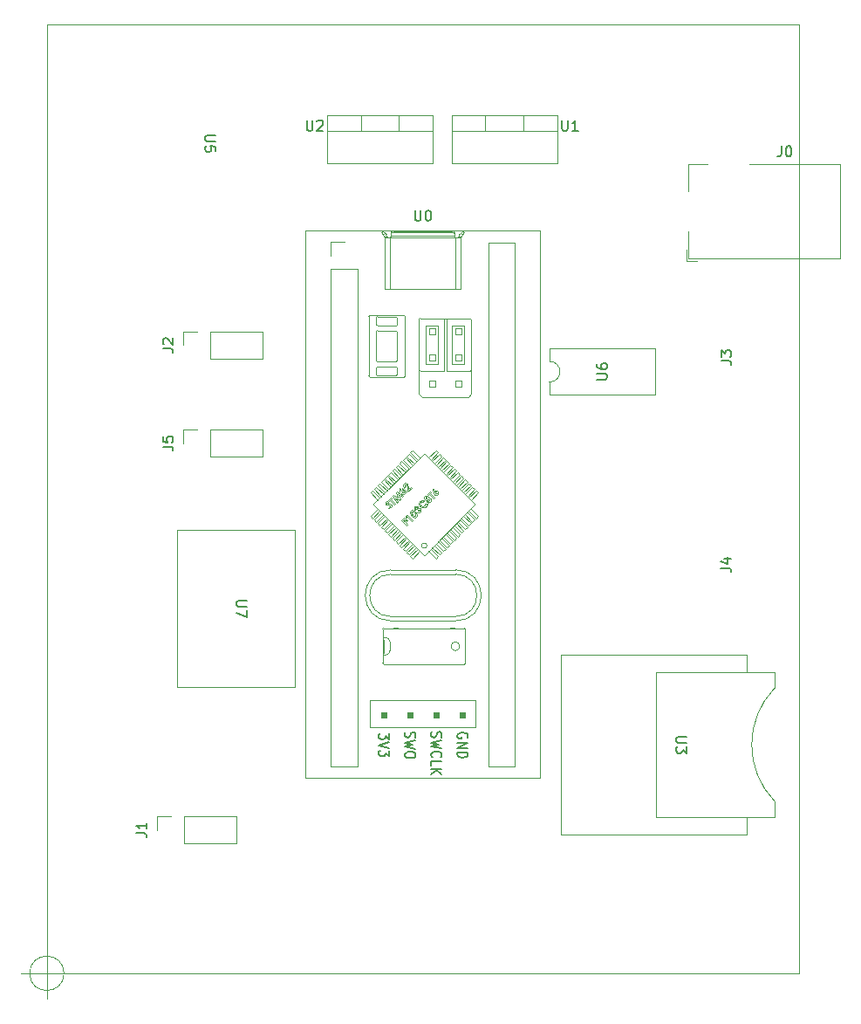
<source format=gbr>
%TF.GenerationSoftware,KiCad,Pcbnew,(6.0.4)*%
%TF.CreationDate,2023-07-21T11:21:04+07:00*%
%TF.ProjectId,05-Prototype-UpdatedComponents,30352d50-726f-4746-9f74-7970652d5570,rev?*%
%TF.SameCoordinates,PX66ff300PY8b3c880*%
%TF.FileFunction,Legend,Top*%
%TF.FilePolarity,Positive*%
%FSLAX46Y46*%
G04 Gerber Fmt 4.6, Leading zero omitted, Abs format (unit mm)*
G04 Created by KiCad (PCBNEW (6.0.4)) date 2023-07-21 11:21:04*
%MOMM*%
%LPD*%
G01*
G04 APERTURE LIST*
%TA.AperFunction,Profile*%
%ADD10C,0.100000*%
%TD*%
%ADD11C,0.150000*%
%ADD12C,0.120000*%
%ADD13C,0.100000*%
G04 APERTURE END LIST*
D10*
X0Y92000000D02*
X73000000Y92000000D01*
X73000000Y92000000D02*
X73000000Y0D01*
X73000000Y0D02*
X0Y0D01*
X0Y0D02*
X0Y92000000D01*
X1666666Y0D02*
G75*
G03*
X1666666Y0I-1666666J0D01*
G01*
X-2500000Y0D02*
X2500000Y0D01*
X0Y2500000D02*
X0Y-2500000D01*
D11*
%TO.C,U6*%
X53377380Y57593096D02*
X54186904Y57593096D01*
X54282142Y57640715D01*
X54329761Y57688334D01*
X54377380Y57783572D01*
X54377380Y57974048D01*
X54329761Y58069286D01*
X54282142Y58116905D01*
X54186904Y58164524D01*
X53377380Y58164524D01*
X53377380Y59069286D02*
X53377380Y58878810D01*
X53425000Y58783572D01*
X53472619Y58735953D01*
X53615476Y58640715D01*
X53805952Y58593096D01*
X54186904Y58593096D01*
X54282142Y58640715D01*
X54329761Y58688334D01*
X54377380Y58783572D01*
X54377380Y58974048D01*
X54329761Y59069286D01*
X54282142Y59116905D01*
X54186904Y59164524D01*
X53948809Y59164524D01*
X53853571Y59116905D01*
X53805952Y59069286D01*
X53758333Y58974048D01*
X53758333Y58783572D01*
X53805952Y58688334D01*
X53853571Y58640715D01*
X53948809Y58593096D01*
%TO.C,J4*%
X65424980Y39316867D02*
X66139266Y39316867D01*
X66282123Y39269248D01*
X66377361Y39174010D01*
X66424980Y39031153D01*
X66424980Y38935915D01*
X65758314Y40221629D02*
X66424980Y40221629D01*
X65377361Y39983534D02*
X66091647Y39745439D01*
X66091647Y40364486D01*
%TO.C,U1*%
X49988095Y82722620D02*
X49988095Y81913096D01*
X50035714Y81817858D01*
X50083333Y81770239D01*
X50178571Y81722620D01*
X50369047Y81722620D01*
X50464285Y81770239D01*
X50511904Y81817858D01*
X50559523Y81913096D01*
X50559523Y82722620D01*
X51559523Y81722620D02*
X50988095Y81722620D01*
X51273809Y81722620D02*
X51273809Y82722620D01*
X51178571Y82579762D01*
X51083333Y82484524D01*
X50988095Y82436905D01*
%TO.C,J2*%
X11252380Y60601667D02*
X11966666Y60601667D01*
X12109523Y60554048D01*
X12204761Y60458810D01*
X12252380Y60315953D01*
X12252380Y60220715D01*
X11347619Y61030239D02*
X11300000Y61077858D01*
X11252380Y61173096D01*
X11252380Y61411191D01*
X11300000Y61506429D01*
X11347619Y61554048D01*
X11442857Y61601667D01*
X11538095Y61601667D01*
X11680952Y61554048D01*
X12252380Y60982620D01*
X12252380Y61601667D01*
%TO.C,J1*%
X8697380Y13586667D02*
X9411666Y13586667D01*
X9554523Y13539048D01*
X9649761Y13443810D01*
X9697380Y13300953D01*
X9697380Y13205715D01*
X9697380Y14586667D02*
X9697380Y14015239D01*
X9697380Y14300953D02*
X8697380Y14300953D01*
X8840238Y14205715D01*
X8935476Y14110477D01*
X8983095Y14015239D01*
%TO.C,U5*%
X16364619Y81261905D02*
X15555095Y81261905D01*
X15459857Y81214286D01*
X15412238Y81166667D01*
X15364619Y81071429D01*
X15364619Y80880953D01*
X15412238Y80785715D01*
X15459857Y80738096D01*
X15555095Y80690477D01*
X16364619Y80690477D01*
X16364619Y79738096D02*
X16364619Y80214286D01*
X15888428Y80261905D01*
X15936047Y80214286D01*
X15983666Y80119048D01*
X15983666Y79880953D01*
X15936047Y79785715D01*
X15888428Y79738096D01*
X15793190Y79690477D01*
X15555095Y79690477D01*
X15459857Y79738096D01*
X15412238Y79785715D01*
X15364619Y79880953D01*
X15364619Y80119048D01*
X15412238Y80214286D01*
X15459857Y80261905D01*
%TO.C,J5*%
X11252380Y51076667D02*
X11966666Y51076667D01*
X12109523Y51029048D01*
X12204761Y50933810D01*
X12252380Y50790953D01*
X12252380Y50695715D01*
X11252380Y52029048D02*
X11252380Y51552858D01*
X11728571Y51505239D01*
X11680952Y51552858D01*
X11633333Y51648096D01*
X11633333Y51886191D01*
X11680952Y51981429D01*
X11728571Y52029048D01*
X11823809Y52076667D01*
X12061904Y52076667D01*
X12157142Y52029048D01*
X12204761Y51981429D01*
X12252380Y51886191D01*
X12252380Y51648096D01*
X12204761Y51552858D01*
X12157142Y51505239D01*
%TO.C,U2*%
X25223095Y82722620D02*
X25223095Y81913096D01*
X25270714Y81817858D01*
X25318333Y81770239D01*
X25413571Y81722620D01*
X25604047Y81722620D01*
X25699285Y81770239D01*
X25746904Y81817858D01*
X25794523Y81913096D01*
X25794523Y82722620D01*
X26223095Y82627381D02*
X26270714Y82675000D01*
X26365952Y82722620D01*
X26604047Y82722620D01*
X26699285Y82675000D01*
X26746904Y82627381D01*
X26794523Y82532143D01*
X26794523Y82436905D01*
X26746904Y82294048D01*
X26175476Y81722620D01*
X26794523Y81722620D01*
%TO.C,J0*%
X71281666Y80220120D02*
X71281666Y79505834D01*
X71234047Y79362977D01*
X71138809Y79267739D01*
X70995952Y79220120D01*
X70900714Y79220120D01*
X71948333Y80220120D02*
X72043571Y80220120D01*
X72138809Y80172500D01*
X72186428Y80124881D01*
X72234047Y80029643D01*
X72281666Y79839167D01*
X72281666Y79601072D01*
X72234047Y79410596D01*
X72186428Y79315358D01*
X72138809Y79267739D01*
X72043571Y79220120D01*
X71948333Y79220120D01*
X71853095Y79267739D01*
X71805476Y79315358D01*
X71757857Y79410596D01*
X71710238Y79601072D01*
X71710238Y79839167D01*
X71757857Y80029643D01*
X71805476Y80124881D01*
X71853095Y80172500D01*
X71948333Y80220120D01*
%TO.C,U7*%
X19412619Y36144905D02*
X18603095Y36144905D01*
X18507857Y36097286D01*
X18460238Y36049667D01*
X18412619Y35954429D01*
X18412619Y35763953D01*
X18460238Y35668715D01*
X18507857Y35621096D01*
X18603095Y35573477D01*
X19412619Y35573477D01*
X19412619Y35192524D02*
X19412619Y34525858D01*
X18412619Y34954429D01*
%TO.C,U3*%
X62092619Y22936905D02*
X61283095Y22936905D01*
X61187857Y22889286D01*
X61140238Y22841667D01*
X61092619Y22746429D01*
X61092619Y22555953D01*
X61140238Y22460715D01*
X61187857Y22413096D01*
X61283095Y22365477D01*
X62092619Y22365477D01*
X62092619Y21984524D02*
X62092619Y21365477D01*
X61711666Y21698810D01*
X61711666Y21555953D01*
X61664047Y21460715D01*
X61616428Y21413096D01*
X61521190Y21365477D01*
X61283095Y21365477D01*
X61187857Y21413096D01*
X61140238Y21460715D01*
X61092619Y21555953D01*
X61092619Y21841667D01*
X61140238Y21936905D01*
X61187857Y21984524D01*
%TO.C,U0*%
X35738095Y73987620D02*
X35738095Y73178096D01*
X35785714Y73082858D01*
X35833333Y73035239D01*
X35928571Y72987620D01*
X36119047Y72987620D01*
X36214285Y73035239D01*
X36261904Y73082858D01*
X36309523Y73178096D01*
X36309523Y73987620D01*
X36976190Y73987620D02*
X37071428Y73987620D01*
X37166666Y73940000D01*
X37214285Y73892381D01*
X37261904Y73797143D01*
X37309523Y73606667D01*
X37309523Y73368572D01*
X37261904Y73178096D01*
X37214285Y73082858D01*
X37166666Y73035239D01*
X37071428Y72987620D01*
X36976190Y72987620D01*
X36880952Y73035239D01*
X36833333Y73082858D01*
X36785714Y73178096D01*
X36738095Y73368572D01*
X36738095Y73606667D01*
X36785714Y73797143D01*
X36833333Y73892381D01*
X36880952Y73940000D01*
X36976190Y73987620D01*
X40810000Y22817715D02*
X40857619Y22903429D01*
X40857619Y23032000D01*
X40810000Y23160572D01*
X40714761Y23246286D01*
X40619523Y23289143D01*
X40429047Y23332000D01*
X40286190Y23332000D01*
X40095714Y23289143D01*
X40000476Y23246286D01*
X39905238Y23160572D01*
X39857619Y23032000D01*
X39857619Y22946286D01*
X39905238Y22817715D01*
X39952857Y22774858D01*
X40286190Y22774858D01*
X40286190Y22946286D01*
X39857619Y22389143D02*
X40857619Y22389143D01*
X39857619Y21874858D01*
X40857619Y21874858D01*
X39857619Y21446286D02*
X40857619Y21446286D01*
X40857619Y21232000D01*
X40810000Y21103429D01*
X40714761Y21017715D01*
X40619523Y20974858D01*
X40429047Y20932000D01*
X40286190Y20932000D01*
X40095714Y20974858D01*
X40000476Y21017715D01*
X39905238Y21103429D01*
X39857619Y21232000D01*
X39857619Y21446286D01*
X34825238Y23374858D02*
X34777619Y23246286D01*
X34777619Y23032000D01*
X34825238Y22946286D01*
X34872857Y22903429D01*
X34968095Y22860572D01*
X35063333Y22860572D01*
X35158571Y22903429D01*
X35206190Y22946286D01*
X35253809Y23032000D01*
X35301428Y23203429D01*
X35349047Y23289143D01*
X35396666Y23332000D01*
X35491904Y23374858D01*
X35587142Y23374858D01*
X35682380Y23332000D01*
X35730000Y23289143D01*
X35777619Y23203429D01*
X35777619Y22989143D01*
X35730000Y22860572D01*
X35777619Y22560572D02*
X34777619Y22346286D01*
X35491904Y22174858D01*
X34777619Y22003429D01*
X35777619Y21789143D01*
X35777619Y21274858D02*
X35777619Y21103429D01*
X35730000Y21017715D01*
X35634761Y20932000D01*
X35444285Y20889143D01*
X35110952Y20889143D01*
X34920476Y20932000D01*
X34825238Y21017715D01*
X34777619Y21103429D01*
X34777619Y21274858D01*
X34825238Y21360572D01*
X34920476Y21446286D01*
X35110952Y21489143D01*
X35444285Y21489143D01*
X35634761Y21446286D01*
X35730000Y21360572D01*
X35777619Y21274858D01*
X37365238Y23405715D02*
X37317619Y23277143D01*
X37317619Y23062858D01*
X37365238Y22977143D01*
X37412857Y22934286D01*
X37508095Y22891429D01*
X37603333Y22891429D01*
X37698571Y22934286D01*
X37746190Y22977143D01*
X37793809Y23062858D01*
X37841428Y23234286D01*
X37889047Y23320000D01*
X37936666Y23362858D01*
X38031904Y23405715D01*
X38127142Y23405715D01*
X38222380Y23362858D01*
X38270000Y23320000D01*
X38317619Y23234286D01*
X38317619Y23020000D01*
X38270000Y22891429D01*
X38317619Y22591429D02*
X37317619Y22377143D01*
X38031904Y22205715D01*
X37317619Y22034286D01*
X38317619Y21820000D01*
X37412857Y20962858D02*
X37365238Y21005715D01*
X37317619Y21134286D01*
X37317619Y21220000D01*
X37365238Y21348572D01*
X37460476Y21434286D01*
X37555714Y21477143D01*
X37746190Y21520000D01*
X37889047Y21520000D01*
X38079523Y21477143D01*
X38174761Y21434286D01*
X38270000Y21348572D01*
X38317619Y21220000D01*
X38317619Y21134286D01*
X38270000Y21005715D01*
X38222380Y20962858D01*
X37317619Y20148572D02*
X37317619Y20577143D01*
X38317619Y20577143D01*
X37317619Y19848572D02*
X38317619Y19848572D01*
X37317619Y19334286D02*
X37889047Y19720000D01*
X38317619Y19334286D02*
X37746190Y19848572D01*
X33237619Y23246286D02*
X33237619Y22689143D01*
X32856666Y22989143D01*
X32856666Y22860572D01*
X32809047Y22774858D01*
X32761428Y22732000D01*
X32666190Y22689143D01*
X32428095Y22689143D01*
X32332857Y22732000D01*
X32285238Y22774858D01*
X32237619Y22860572D01*
X32237619Y23117715D01*
X32285238Y23203429D01*
X32332857Y23246286D01*
X33237619Y22432000D02*
X32237619Y22132000D01*
X33237619Y21832000D01*
X33237619Y21617715D02*
X33237619Y21060572D01*
X32856666Y21360572D01*
X32856666Y21232000D01*
X32809047Y21146286D01*
X32761428Y21103429D01*
X32666190Y21060572D01*
X32428095Y21060572D01*
X32332857Y21103429D01*
X32285238Y21146286D01*
X32237619Y21232000D01*
X32237619Y21489143D01*
X32285238Y21574858D01*
X32332857Y21617715D01*
%TO.C,J3*%
X65450380Y59408267D02*
X66164666Y59408267D01*
X66307523Y59360648D01*
X66402761Y59265410D01*
X66450380Y59122553D01*
X66450380Y59027315D01*
X65450380Y59789220D02*
X65450380Y60408267D01*
X65831333Y60074934D01*
X65831333Y60217791D01*
X65878952Y60313029D01*
X65926571Y60360648D01*
X66021809Y60408267D01*
X66259904Y60408267D01*
X66355142Y60360648D01*
X66402761Y60313029D01*
X66450380Y60217791D01*
X66450380Y59932077D01*
X66402761Y59836839D01*
X66355142Y59789220D01*
D12*
%TO.C,U6*%
X59075000Y60605000D02*
X48795000Y60605000D01*
X48795000Y60605000D02*
X48795000Y59355000D01*
X48795000Y57355000D02*
X48795000Y56105000D01*
X48795000Y56105000D02*
X59075000Y56105000D01*
X59075000Y56105000D02*
X59075000Y60605000D01*
X48795000Y57355000D02*
G75*
G03*
X48795000Y59355000I0J1000000D01*
G01*
%TO.C,U1*%
X39280000Y81720000D02*
X49520000Y81720000D01*
X39280000Y78589000D02*
X49520000Y78589000D01*
X46251000Y83230000D02*
X46251000Y81720000D01*
X49520000Y83230000D02*
X49520000Y78589000D01*
X39280000Y83230000D02*
X39280000Y78589000D01*
X39280000Y83230000D02*
X49520000Y83230000D01*
X42550000Y83230000D02*
X42550000Y81720000D01*
%TO.C,J2*%
X15840000Y62265000D02*
X20980000Y62265000D01*
X20980000Y59605000D02*
X20980000Y62265000D01*
X15840000Y59605000D02*
X15840000Y62265000D01*
X13240000Y62265000D02*
X14570000Y62265000D01*
X13240000Y60935000D02*
X13240000Y62265000D01*
X15840000Y59605000D02*
X20980000Y59605000D01*
%TO.C,J1*%
X10685000Y13920000D02*
X10685000Y15250000D01*
X13285000Y15250000D02*
X18425000Y15250000D01*
X13285000Y12590000D02*
X13285000Y15250000D01*
X13285000Y12590000D02*
X18425000Y12590000D01*
X18425000Y12590000D02*
X18425000Y15250000D01*
X10685000Y15250000D02*
X12015000Y15250000D01*
%TO.C,J5*%
X15840000Y50080000D02*
X15840000Y52740000D01*
X20980000Y50080000D02*
X20980000Y52740000D01*
X15840000Y52740000D02*
X20980000Y52740000D01*
X15840000Y50080000D02*
X20980000Y50080000D01*
X13240000Y52740000D02*
X14570000Y52740000D01*
X13240000Y51410000D02*
X13240000Y52740000D01*
%TO.C,U2*%
X37455000Y83230000D02*
X37455000Y78589000D01*
X34186000Y83230000D02*
X34186000Y81720000D01*
X27215000Y78589000D02*
X37455000Y78589000D01*
X27215000Y83230000D02*
X37455000Y83230000D01*
X30485000Y83230000D02*
X30485000Y81720000D01*
X27215000Y81720000D02*
X37455000Y81720000D01*
X27215000Y83230000D02*
X27215000Y78589000D01*
%TO.C,J0*%
X62265000Y69322500D02*
X62265000Y71922500D01*
X62265000Y78522500D02*
X64165000Y78522500D01*
X68165000Y78522500D02*
X76965000Y78522500D01*
X76965000Y78522500D02*
X76965000Y69322500D01*
X62265000Y75822500D02*
X62265000Y78522500D01*
X63115000Y69122500D02*
X62065000Y69122500D01*
X76965000Y69322500D02*
X62265000Y69322500D01*
X62065000Y70172500D02*
X62065000Y69122500D01*
%TO.C,U7*%
X24115000Y43003000D02*
X12615000Y43003000D01*
X12615000Y43003000D02*
X12615000Y27763000D01*
X12615000Y27763000D02*
X24115000Y27763000D01*
X24115000Y27763000D02*
X24115000Y43003000D01*
%TO.C,U3*%
X49900000Y13425000D02*
X67900000Y13425000D01*
X49900000Y30925000D02*
X49900000Y13425000D01*
X67900000Y30925000D02*
X67900000Y29175000D01*
X67900000Y30925000D02*
X49900000Y30925000D01*
X70650000Y15175000D02*
X70650000Y16675000D01*
X70650000Y29175000D02*
X59150000Y29175000D01*
X59150000Y29175000D02*
X59150000Y15175000D01*
X70650000Y27675000D02*
X70650000Y29175000D01*
X59150000Y15175000D02*
X70650000Y15175000D01*
X67900000Y13425000D02*
X67900000Y15175000D01*
X70650000Y27675000D02*
G75*
G03*
X70650000Y16675000I5667508J-5500000D01*
G01*
%TO.C,U0*%
X35404953Y44756469D02*
X35382581Y44722448D01*
X32607718Y33377191D02*
X32607718Y30077191D01*
X35149573Y40602387D02*
X35856680Y41309494D01*
X39887189Y48592694D02*
X39180082Y47885587D01*
X41640000Y26510000D02*
X31360000Y26510000D01*
X35942029Y45089549D02*
X35946944Y45136330D01*
X39745767Y42228733D02*
X39038661Y42935839D01*
X33887533Y59327723D02*
X32087533Y59327723D01*
X36169139Y44983704D02*
X36140258Y44993084D01*
X39533635Y48946247D02*
X38826529Y48239140D01*
X31401907Y46612795D02*
X32109014Y45905688D01*
X34583888Y41168072D02*
X35290995Y41875179D01*
X34198962Y46892238D02*
X34219459Y46992905D01*
X35934126Y44407436D02*
X35909035Y44346304D01*
X32810103Y71350000D02*
X33300000Y71350000D01*
X38119422Y40602387D02*
X37412315Y41309494D01*
X35856220Y44652916D02*
X35921233Y44537810D01*
X34965667Y43895639D02*
X34802489Y43732461D01*
X33234997Y45511916D02*
X33292026Y45514038D01*
X45390000Y70900000D02*
X45390000Y20100000D01*
X31614039Y46824927D02*
X32321146Y46117820D01*
X37229769Y46554089D02*
X37664912Y46118946D01*
X36140258Y44993084D02*
X36079959Y44988230D01*
X33381806Y42370154D02*
X33169674Y42582286D01*
X34485137Y46924494D02*
X34478399Y46947158D01*
X35735817Y44587323D02*
X35672987Y44656926D01*
X34985427Y46785896D02*
X34975335Y47110022D01*
X40258198Y56851802D02*
X39621801Y56851802D01*
X35252776Y44766990D02*
X35307429Y44849320D01*
X34802489Y43732461D02*
X35040458Y43494492D01*
X39621801Y56851802D02*
X39621801Y57488199D01*
X31360000Y26510000D02*
X31360000Y23850000D01*
X32674700Y43077261D02*
X32462568Y43289393D01*
X40372215Y71649531D02*
X40187340Y71812422D01*
X31987533Y59427723D02*
X31987533Y62227723D01*
X34870480Y43990827D02*
X34965667Y43895639D01*
X35503127Y40248834D02*
X35290995Y40460966D01*
X35978734Y44922304D02*
X35890345Y45010692D01*
X36129000Y63127997D02*
X36129000Y62938894D01*
X40099321Y48380562D02*
X39887189Y48592694D01*
X33292026Y45514038D02*
X33398398Y45495041D01*
X39687950Y39132412D02*
X33387950Y39132412D01*
X40191486Y71350331D02*
X40189896Y71350000D01*
X39340000Y59110000D02*
X39340000Y62850000D01*
X45390000Y20100000D02*
X42850000Y20100000D01*
X39621801Y60028199D02*
X40258198Y60028199D01*
X40910000Y55900000D02*
X41210000Y56200000D01*
X37012729Y46254397D02*
X37062435Y46174218D01*
X35298823Y47179606D02*
X35387212Y47091218D01*
X32087533Y62327723D02*
X33887533Y62327723D01*
X35487609Y44919756D02*
X35552570Y44905397D01*
X34442467Y41309494D02*
X34230334Y41521626D01*
X41159981Y43642946D02*
X40947849Y43430814D01*
X40806428Y43289393D02*
X40099321Y43996500D01*
X34737533Y57927723D02*
X34737533Y63727723D01*
X39950011Y66340000D02*
X33049988Y66340000D01*
X36130000Y56200000D02*
X36430000Y55900000D01*
X35672987Y44656926D02*
X35551389Y44757437D01*
X39107718Y33487191D02*
X39607718Y33487191D01*
X40947849Y43430814D02*
X40240742Y44137921D01*
X33338932Y45215403D02*
X33368515Y45235700D01*
X34442467Y49653354D02*
X34230334Y49441222D01*
X37081801Y61931802D02*
X37081801Y62568199D01*
X35713569Y44969898D02*
X35673079Y45041004D01*
X38570000Y58440000D02*
X38570000Y63508600D01*
X33049988Y71350000D02*
X33049988Y71354215D01*
X34428538Y46798856D02*
X34480222Y46877713D01*
X31360000Y23850000D02*
X41640000Y23850000D01*
X35112273Y47119902D02*
X35120347Y47001130D01*
X37978000Y40460966D02*
X37270894Y41168072D01*
X41534245Y45531424D02*
X41534245Y45431424D01*
X39392214Y41875179D02*
X38685107Y42582286D01*
X34108343Y46133182D02*
X33860282Y46624948D01*
X35404953Y44756469D02*
X35382581Y44722448D01*
X40352612Y72000000D02*
X40537487Y71837108D01*
X33005741Y45507879D02*
X33022080Y45503308D01*
X35503127Y50714014D02*
X35290995Y50501882D01*
X35307429Y44849320D02*
X35359733Y44890428D01*
X35672987Y44656926D02*
X35551389Y44757437D01*
X34428538Y46798856D02*
X34480222Y46877713D01*
X34485137Y46924494D02*
X34478399Y46947158D01*
X39621801Y57488199D02*
X40258198Y57488199D01*
X39038661Y49441222D02*
X38331554Y48734115D01*
X35040458Y43494492D02*
X34945270Y43399305D01*
X38570000Y58440000D02*
X36230000Y58440000D01*
X39950011Y71350000D02*
X39950011Y71354215D01*
X33777418Y46151348D02*
X34055862Y45759868D01*
X36422176Y45894432D02*
X36580667Y45911361D01*
X35626271Y44236239D02*
X35511315Y44299398D01*
X32462568Y47673455D02*
X33169674Y46966348D01*
X33303589Y71350064D02*
X33303589Y66340000D01*
X36895512Y45360763D02*
X36804825Y45231663D01*
X33987533Y58727723D02*
X33987533Y58077723D01*
X40240742Y42723707D02*
X39533635Y43430814D01*
X35940206Y45158994D02*
X35926678Y45178333D01*
X39621801Y61931802D02*
X39621801Y62568199D01*
X32816121Y48027008D02*
X33523228Y47319901D01*
X34462534Y46492897D02*
X34557721Y46588084D01*
X36580667Y45911361D02*
X36577586Y45774848D01*
X35768174Y44752114D02*
X35856220Y44652916D01*
X35244537Y44642160D02*
X35252776Y44766990D01*
X35551389Y44757437D02*
X35477089Y44782191D01*
X36766495Y45906628D02*
X36705282Y45949925D01*
X34088913Y49299800D02*
X33876781Y49087668D01*
X40258198Y61931802D02*
X39621801Y61931802D01*
X33837016Y45541022D02*
X33741829Y45445835D01*
X36895512Y45360763D02*
X36804825Y45231663D01*
X32321146Y47532033D02*
X32109014Y47319901D01*
X35940206Y45158994D02*
X35926678Y45178333D01*
X33162524Y45506920D02*
X33234997Y45511916D01*
X33497061Y46071352D02*
X33401874Y45976165D01*
X40452874Y42935839D02*
X40240742Y42723707D01*
X35628762Y44383632D02*
X35702121Y44361791D01*
X32808513Y71350331D02*
X32810103Y71350000D01*
X32321146Y43430814D02*
X33028253Y44137921D01*
X34673306Y44188001D02*
X34768493Y44092813D01*
X35690594Y44222734D02*
X35626271Y44236239D01*
X35438056Y44777521D02*
X35404953Y44756469D01*
X37081801Y56851802D02*
X37081801Y57488199D01*
X41513534Y46966348D02*
X40806428Y46259241D01*
X39180082Y41663047D02*
X38472975Y42370154D01*
X33887533Y62827723D02*
X32087533Y62827723D01*
X34230334Y49441222D02*
X34937441Y48734115D01*
X38119422Y50360461D02*
X37412315Y49653354D01*
X34480222Y46877713D02*
X34485137Y46924494D01*
X36584498Y50381171D02*
X31734750Y45531424D01*
X40508337Y33477189D02*
X40507718Y33477191D01*
X34678451Y46781249D02*
X34618152Y46776394D01*
X35702121Y44361791D02*
X35740038Y44368141D01*
X37565368Y47021846D02*
X37654607Y46747757D01*
X33100755Y45503282D02*
X33162524Y45506920D01*
X31967593Y43784368D02*
X32674700Y44491474D01*
X35487609Y44919756D02*
X35552570Y44905397D01*
X34211271Y46829168D02*
X34198962Y46892238D01*
X35768174Y44752114D02*
X35856220Y44652916D01*
X40074857Y71684759D02*
X40352612Y72000000D01*
X37655457Y46413963D02*
X37597659Y46502517D01*
X35867717Y44294555D02*
X35816418Y44253443D01*
X37012729Y46254397D02*
X37062435Y46174218D01*
X36193649Y44965754D02*
X36169139Y44983704D01*
X35735817Y44587323D02*
X35672987Y44656926D01*
X35890345Y45010692D02*
X35942029Y45089549D01*
X34230334Y41521626D02*
X34937441Y42228733D01*
X31987533Y58077723D02*
X31987533Y58727723D01*
X34707332Y46771869D02*
X34678451Y46781249D01*
X34960050Y47261522D02*
X34907025Y47367431D01*
X38685107Y49794775D02*
X37978000Y49087668D01*
X35477089Y44782191D02*
X35438056Y44777521D01*
X40196410Y66350000D02*
X32803589Y66350000D01*
X35793777Y44483868D02*
X35735817Y44587323D01*
X41654956Y44137921D02*
X40947849Y44845028D01*
X35626271Y44236239D02*
X35511315Y44299398D01*
X32803589Y71355575D02*
X32803589Y66350000D01*
X32900774Y32568233D02*
X32714188Y32568233D01*
X33876781Y41875179D02*
X34583888Y42582286D01*
X32816121Y42935839D02*
X33523228Y43642946D01*
X32674700Y47885587D02*
X33381806Y47178480D01*
X34742298Y47322673D02*
X34745551Y47270242D01*
X31614039Y44137921D02*
X31401907Y44350053D01*
X33518627Y46283293D02*
X33617426Y46382093D01*
X33400000Y71795211D02*
X33400000Y71450000D01*
X37062435Y46174218D02*
X37075514Y46100673D01*
X47875000Y18925000D02*
X25125000Y18925000D01*
X34796020Y40955940D02*
X34583888Y41168072D01*
X36577586Y45774848D02*
X36435003Y45753766D01*
X35713569Y44969898D02*
X35673079Y45041004D01*
X35149573Y50360461D02*
X34937441Y50148329D01*
X35946944Y45136330D02*
X35940206Y45158994D01*
X32607720Y33377810D02*
X32607718Y33377191D01*
X31401907Y44350053D02*
X32109014Y45057160D01*
X36129000Y62315497D02*
X36129000Y62270625D01*
X35503127Y50714014D02*
X36210233Y50006907D01*
X34478399Y46947158D02*
X34464871Y46966497D01*
X35942029Y45089549D02*
X35946944Y45136330D01*
X35511315Y44299398D02*
X35412815Y44386768D01*
X25125000Y72075000D02*
X47875000Y72075000D01*
X32462568Y43289393D02*
X33169674Y43996500D01*
X33860282Y46624948D02*
X33958125Y46722791D01*
X40196410Y71355575D02*
X40196427Y71358500D01*
X36230000Y63520000D02*
X41110000Y63520000D01*
X35909035Y44346304D02*
X35867717Y44294555D01*
X33028253Y48239140D02*
X32816121Y48027008D01*
X33735360Y42016601D02*
X34442467Y42723707D01*
X34960050Y47261522D02*
X34907025Y47367431D01*
X39745767Y42228733D02*
X39533635Y42016601D01*
X35300801Y44518893D02*
X35244537Y44642160D01*
X33169674Y48380562D02*
X33876781Y47673455D01*
X38331554Y50148329D02*
X38119422Y50360461D01*
X35660769Y45104074D02*
X35681266Y45204741D01*
X34707332Y46771869D02*
X34678451Y46781249D01*
X34788891Y47200004D02*
X34693703Y47104816D01*
X35290995Y40460966D02*
X35998101Y41168072D01*
X39392214Y49087668D02*
X38685107Y48380562D01*
X41110000Y58440000D02*
X38770000Y58440000D01*
X34945270Y43399305D02*
X34414940Y43929635D01*
X32707100Y29977193D02*
X32707718Y29977191D01*
X39038661Y41521626D02*
X38826529Y41309494D01*
X33100755Y45503282D02*
X33162524Y45506920D01*
X41867088Y44350053D02*
X41159981Y45057160D01*
X36859112Y45884271D02*
X36766495Y45906628D01*
X33958125Y46722791D02*
X34578118Y46282125D01*
X40806428Y43289393D02*
X40594296Y43077261D01*
X33987533Y63577723D02*
X33987533Y62927723D01*
X40806428Y47673455D02*
X40594296Y47885587D01*
X42850000Y70900000D02*
X45390000Y70900000D01*
X31755461Y43996500D02*
X32462568Y44703606D01*
X39038661Y49441222D02*
X38826529Y49653354D01*
X36248786Y45790677D02*
X36422176Y45894432D01*
X38472975Y50006907D02*
X37765868Y49299800D01*
X38211472Y63521000D02*
X38022369Y63521000D01*
X37718198Y59391802D02*
X37081801Y59391802D01*
X34796020Y40955940D02*
X35503127Y41663047D01*
X41654956Y46824927D02*
X40947849Y46117820D01*
X38826529Y41309494D02*
X38119422Y42016601D01*
X34090177Y46464107D02*
X34314866Y46018872D01*
X33005741Y45507879D02*
X33022080Y45503308D01*
X38472975Y40955940D02*
X37765868Y41663047D01*
X36924872Y45675942D02*
X36862608Y45784969D01*
X34937441Y50148329D02*
X35644548Y49441222D01*
X35421348Y44915272D02*
X35487609Y44919756D01*
X34731842Y46753919D02*
X34707332Y46771869D01*
X35673079Y45041004D02*
X35660769Y45104074D01*
X37718198Y62568199D02*
X37718198Y61931802D01*
X33132778Y45755725D02*
X33126722Y45619424D01*
X36684498Y50381171D02*
X36584498Y50381171D01*
X32674700Y47885587D02*
X32462568Y47673455D01*
X39700000Y71350000D02*
X39696410Y71350064D01*
X39392214Y41875179D02*
X39180082Y41663047D01*
X40607718Y33377191D02*
X40607717Y33377810D01*
X39600000Y71795211D02*
X39600000Y71450000D01*
X32707718Y33477191D02*
X40507718Y33477191D01*
X32109014Y47319901D02*
X32816121Y46612795D01*
X40240742Y48239140D02*
X39533635Y47532033D01*
X38000000Y59110000D02*
X36800000Y59110000D01*
X34618152Y46776394D02*
X34516927Y46710468D01*
X37664912Y46118946D02*
X37569724Y46023759D01*
X32087533Y58827723D02*
X33887533Y58827723D01*
X33292026Y45514038D02*
X33398398Y45495041D01*
X35290995Y50501882D02*
X35998101Y49794775D01*
X40537487Y71837108D02*
X40258833Y71520847D01*
X33617426Y46382093D02*
X34108343Y46133182D01*
X35740038Y44368141D02*
X35772105Y44389318D01*
X40258198Y59391802D02*
X39621801Y59391802D01*
X33735360Y48946247D02*
X34442467Y48239140D01*
X34088913Y41663047D02*
X34796020Y42370154D01*
X35382581Y44722448D02*
X35376047Y44682275D01*
X34678451Y46781249D02*
X34618152Y46776394D01*
X36800000Y62850000D02*
X38000000Y62850000D01*
X41513534Y46966348D02*
X41301402Y47178480D01*
X33162524Y45506920D02*
X33234997Y45511916D01*
X34637533Y63827723D02*
X31337533Y63827723D01*
X31337533Y57827723D02*
X34637533Y57827723D01*
X36422176Y45894432D02*
X36580667Y45911361D01*
X41534245Y45431424D02*
X36684498Y40581676D01*
X36169139Y44983704D02*
X36140258Y44993084D01*
X36430000Y55900000D02*
X40910000Y55900000D01*
X34618152Y46776394D02*
X34516927Y46710468D01*
X35702121Y44361791D02*
X35740038Y44368141D01*
X37568449Y46580860D02*
X37438416Y46980308D01*
X40099321Y42582286D02*
X39392214Y43289393D01*
X37718198Y57488199D02*
X37718198Y56851802D01*
X35856220Y44652916D02*
X35921233Y44537810D01*
X31987533Y62927723D02*
X31987533Y63577723D01*
X40452874Y48027008D02*
X40240742Y48239140D01*
X37039394Y46363714D02*
X36944207Y46458901D01*
X41867088Y46612795D02*
X41159981Y45905688D01*
X36130000Y58540000D02*
X36130000Y63420000D01*
X38685107Y41168072D02*
X37978000Y41875179D01*
X30210000Y68360000D02*
X30210000Y20040000D01*
X35438056Y44777521D02*
X35404953Y44756469D01*
X38331554Y50148329D02*
X37624447Y49441222D01*
X39621801Y59391802D02*
X39621801Y60028199D01*
X34972466Y44487161D02*
X35502797Y43956831D01*
X39180082Y49299800D02*
X38472975Y48592694D01*
X35477089Y44782191D02*
X35438056Y44777521D01*
X37978000Y40460966D02*
X37765868Y40248834D01*
X34767112Y47368600D02*
X34742298Y47322673D01*
X40594296Y43077261D02*
X39887189Y43784368D01*
X35890345Y45010692D02*
X35942029Y45089549D01*
X40189896Y71350000D02*
X39700000Y71350000D01*
X27550000Y70960000D02*
X28880000Y70960000D01*
X34731842Y46753919D02*
X34707332Y46771869D01*
X41210000Y63420000D02*
X41210000Y58540000D01*
X34480222Y46877713D02*
X34485137Y46924494D01*
X33650000Y71856605D02*
X33650000Y72000000D01*
X35412815Y44386768D02*
X35300801Y44518893D01*
X35503127Y40248834D02*
X36210233Y40955940D01*
X40099321Y48380562D02*
X39392214Y47673455D01*
X38685107Y41168072D02*
X38472975Y40955940D01*
X37597659Y46502517D02*
X37568449Y46580860D01*
X33338932Y45215403D02*
X33368515Y45235700D01*
X36248786Y45790677D02*
X36422176Y45894432D01*
X41513534Y43996500D02*
X40806428Y44703606D01*
X40594296Y47885587D02*
X39887189Y47178480D01*
X39340000Y62850000D02*
X40540000Y62850000D01*
X34605315Y43929635D02*
X34707301Y43827648D01*
X39638464Y71371175D02*
X33361535Y71371175D01*
X35307429Y44849320D02*
X35359733Y44890428D01*
X40507718Y29977191D02*
X40508337Y29977193D01*
X37765868Y40248834D02*
X37058762Y40955940D01*
X33523228Y42228733D02*
X34230334Y42935839D01*
X34975335Y47110022D02*
X34960050Y47261522D01*
X41867088Y46612795D02*
X41654956Y46824927D01*
X35511315Y44299398D02*
X35412815Y44386768D01*
X36140258Y44993084D02*
X36079959Y44988230D01*
X40540000Y62850000D02*
X40540000Y59110000D01*
X41210000Y58140000D02*
X41210000Y58540000D01*
X35909035Y44346304D02*
X35867717Y44294555D01*
X37718198Y61931802D02*
X37081801Y61931802D01*
X35552570Y44905397D02*
X35668459Y44840535D01*
X34219459Y46992905D02*
X34266847Y47058710D01*
X35660769Y45104074D02*
X35681266Y45204741D01*
X33381806Y48592694D02*
X34088913Y47885587D01*
X32321146Y43430814D02*
X32109014Y43642946D01*
X35376047Y44682275D02*
X35403847Y44606011D01*
X33400000Y71514569D02*
X39600000Y71514569D01*
X32627784Y71649531D02*
X32812659Y71812422D01*
X33022080Y45503308D02*
X33100755Y45503282D01*
X35412815Y44386768D02*
X35300801Y44518893D01*
X36435003Y45753766D02*
X36340255Y45691771D01*
X35816418Y44253443D02*
X35756026Y44227759D01*
X32714188Y30886149D02*
X32900774Y30886149D01*
X34219459Y46992905D02*
X34266847Y47058710D01*
X36924872Y45675942D02*
X36862608Y45784969D01*
X40196410Y71355575D02*
X40196410Y66350000D01*
X31614039Y46824927D02*
X31401907Y46612795D01*
X37655457Y46413963D02*
X37597659Y46502517D01*
X35690594Y44222734D02*
X35626271Y44236239D01*
X39621801Y62568199D02*
X40258198Y62568199D01*
X35867717Y44294555D02*
X35816418Y44253443D01*
X38331554Y40814519D02*
X38119422Y40602387D01*
X34442467Y49653354D02*
X35149573Y48946247D01*
X31755461Y46966348D02*
X32462568Y46259241D01*
X32987872Y45519881D02*
X33005741Y45507879D01*
X39350000Y72000000D02*
X33650000Y72000000D01*
X34965667Y44303585D02*
X34856882Y44194800D01*
X32321146Y47532033D02*
X33028253Y46824927D01*
X40806428Y47673455D02*
X40099321Y46966348D01*
X35244537Y44642160D02*
X35252776Y44766990D01*
X36130000Y58540000D02*
X36130000Y58140000D01*
X34745551Y47270242D02*
X34788891Y47200004D01*
X37229769Y46744464D02*
X37324956Y46649276D01*
X33387950Y34182412D02*
X39687950Y34182412D01*
X41301402Y43784368D02*
X40594296Y44491474D01*
X37765868Y50714014D02*
X37058762Y50006907D01*
X37134581Y46458901D02*
X37039394Y46363714D01*
X25125000Y18925000D02*
X25125000Y72075000D01*
X40540000Y59110000D02*
X39340000Y59110000D01*
X34251761Y46758062D02*
X34211271Y46829168D01*
X35421348Y44915272D02*
X35487609Y44919756D01*
X40607718Y33377191D02*
X40607718Y30077191D01*
X31734750Y45431424D02*
X36584498Y40581676D01*
X33876781Y49087668D02*
X34583888Y48380562D01*
X33116311Y45880977D02*
X33401874Y46166540D01*
X33028253Y48239140D02*
X33735360Y47532033D01*
X32707718Y33477191D02*
X32707100Y33477189D01*
X33211499Y45785790D02*
X33116311Y45880977D01*
X34442467Y41309494D02*
X35149573Y42016601D01*
X33028253Y42723707D02*
X33735360Y43430814D01*
X36584498Y40581676D02*
X36684498Y40581676D01*
X27550000Y68360000D02*
X30210000Y68360000D01*
X37081801Y62568199D02*
X37718198Y62568199D01*
X33028253Y42723707D02*
X32816121Y42935839D01*
X35946944Y45136330D02*
X35940206Y45158994D01*
X34346949Y46853249D02*
X34251761Y46758062D01*
X35149573Y40602387D02*
X34937441Y40814519D01*
X34583888Y49794775D02*
X35290995Y49087668D01*
X41210000Y56200000D02*
X41210000Y58140000D01*
X33401874Y45976165D02*
X33837016Y45541022D01*
X38000000Y62850000D02*
X38000000Y59110000D01*
X33987533Y62927723D02*
X33887533Y62827723D01*
X39887189Y42370154D02*
X39180082Y43077261D01*
X36862608Y45784969D02*
X36859112Y45884271D01*
X38770000Y63508600D02*
X38770000Y58440000D01*
X36929227Y45558551D02*
X36895512Y45360763D01*
X41513534Y43996500D02*
X41301402Y43784368D01*
X35382581Y44722448D02*
X35376047Y44682275D01*
X32647387Y72000000D02*
X32462512Y71837108D01*
X37718198Y56851802D02*
X37081801Y56851802D01*
X37438416Y46980308D02*
X37565368Y47021846D01*
X30210000Y20040000D02*
X27550000Y20040000D01*
X39745767Y48734115D02*
X39533635Y48946247D01*
X39533635Y42016601D02*
X38826529Y42723707D01*
X35509064Y44480893D02*
X35628762Y44383632D01*
X40452874Y42935839D02*
X39745767Y43642946D01*
X47875000Y72075000D02*
X47875000Y18925000D01*
X35403847Y44606011D02*
X35509064Y44480893D01*
X35681266Y45204741D02*
X35728654Y45270545D01*
X38331554Y40814519D02*
X37624447Y41521626D01*
X34742298Y47322673D02*
X34745551Y47270242D01*
X37081801Y60028199D02*
X37718198Y60028199D01*
X36944207Y46458901D02*
X37229769Y46744464D01*
X33300774Y32168233D02*
X33300774Y31286149D01*
X36790483Y45561951D02*
X36929227Y45558551D01*
X35252776Y44766990D02*
X35307429Y44849320D01*
X39696410Y71350064D02*
X39696410Y66340000D01*
X35924341Y44704733D02*
X36019528Y44799920D01*
X35936884Y44473461D02*
X35934126Y44407436D01*
X39038661Y41521626D02*
X38331554Y42228733D01*
X31967593Y47178480D02*
X32674700Y46471373D01*
X35668459Y44840535D02*
X35768174Y44752114D01*
X41534245Y45531424D02*
X36684498Y50381171D01*
X33735360Y42016601D02*
X33523228Y42228733D01*
X41640000Y23850000D02*
X41640000Y26510000D01*
X34088913Y41663047D02*
X33876781Y41875179D01*
X34642017Y63827622D02*
X34637533Y63827723D01*
X39687950Y34607412D02*
X33387950Y34607412D01*
X33300000Y71350000D02*
X33303589Y71350064D01*
X33169674Y42582286D02*
X33876781Y43289393D01*
X34055862Y45759868D02*
X33959400Y45663406D01*
X34414940Y43929635D02*
X34673306Y44188001D01*
X37718198Y60028199D02*
X37718198Y59391802D01*
X42850000Y20100000D02*
X42850000Y70900000D01*
X41867088Y44350053D02*
X41654956Y44137921D01*
X35756026Y44227759D02*
X35690594Y44222734D01*
X34198962Y46892238D02*
X34219459Y46992905D01*
X38685107Y49794775D02*
X38472975Y50006907D01*
X33234997Y45511916D02*
X33292026Y45514038D01*
X36079959Y44988230D02*
X35978734Y44922304D01*
X33213623Y45216790D02*
X33304185Y45206257D01*
X40947849Y47532033D02*
X40240742Y46824927D01*
X34825330Y44340024D02*
X34972466Y44487161D01*
X33304185Y45206257D02*
X33338932Y45215403D01*
X40258198Y60028199D02*
X40258198Y59391802D01*
X33306686Y45880977D02*
X33211499Y45785790D01*
X35934126Y44407436D02*
X35909035Y44346304D01*
X41159981Y43642946D02*
X40452874Y44350053D01*
X34088913Y49299800D02*
X34796020Y48592694D01*
X34314866Y46018872D02*
X34222015Y45926021D01*
X34768493Y44092813D02*
X34605315Y43929635D01*
X36129000Y62398830D02*
X36129000Y62364876D01*
X37324956Y46649276D02*
X37229769Y46554089D01*
X35033658Y46737664D02*
X34985427Y46785896D01*
X33398398Y45495041D02*
X33468483Y45447216D01*
X35376047Y44682275D02*
X35403847Y44606011D01*
X34707301Y43827648D02*
X34870480Y43990827D01*
X35551389Y44757437D02*
X35477089Y44782191D01*
X32803589Y71355575D02*
X32803572Y71358500D01*
X41159981Y47319901D02*
X40947849Y47532033D01*
X32803572Y71358500D02*
X32808513Y71350331D01*
X34107718Y33487191D02*
X33607718Y33487191D01*
X33523228Y48734115D02*
X34230334Y48027008D01*
X35808756Y45065085D02*
X35713569Y44969898D01*
X41301402Y47178480D02*
X40594296Y46471373D01*
X40099321Y42582286D02*
X39887189Y42370154D01*
X32707718Y29977191D02*
X40507718Y29977191D01*
X34796020Y50006907D02*
X34583888Y49794775D01*
X35509064Y44480893D02*
X35628762Y44383632D01*
X35793777Y44483868D02*
X35735817Y44587323D01*
X36435003Y45753766D02*
X36340255Y45691771D01*
X39350000Y71856605D02*
X33650000Y71856605D01*
X33987533Y62227723D02*
X33987533Y59427723D01*
X35120347Y47001130D02*
X35298823Y47179606D01*
X35387212Y47091218D02*
X35033658Y46737664D01*
X36766495Y45906628D02*
X36705282Y45949925D01*
X40258198Y57488199D02*
X40258198Y56851802D01*
X35681266Y45204741D02*
X35728654Y45270545D01*
X35668459Y44840535D02*
X35768174Y44752114D01*
X35403847Y44606011D02*
X35509064Y44480893D01*
X34481762Y46185769D02*
X34090177Y46464107D01*
X36079959Y44988230D02*
X35978734Y44922304D01*
X35552570Y44905397D02*
X35668459Y44840535D01*
X37569724Y46023759D02*
X37134581Y46458901D01*
X33180159Y45082826D02*
X33213623Y45216790D01*
X35628762Y44383632D02*
X35702121Y44361791D01*
X34578118Y46282125D02*
X34481762Y46185769D01*
X35359733Y44890428D02*
X35421348Y44915272D01*
X31967593Y43784368D02*
X31755461Y43996500D01*
X36800000Y59110000D02*
X36800000Y62850000D01*
X33401874Y46166540D02*
X33497061Y46071352D01*
X35936884Y44473461D02*
X35934126Y44407436D01*
X35407609Y43861644D02*
X34965667Y44303585D01*
X40258198Y62568199D02*
X40258198Y61931802D01*
X33387950Y38707412D02*
X39687950Y38707412D01*
X34856882Y44194800D02*
X34825330Y44340024D01*
X33304185Y45206257D02*
X33338932Y45215403D01*
X33959400Y45663406D02*
X33518627Y46283293D01*
X36193649Y44965754D02*
X36169139Y44983704D01*
X34796020Y50006907D02*
X35503127Y49299800D01*
X37062435Y46174218D02*
X37075514Y46100673D01*
X33887533Y57977723D02*
X32087533Y57977723D01*
X33213623Y45216790D02*
X33304185Y45206257D01*
X35673079Y45041004D02*
X35660769Y45104074D01*
X33741829Y45445835D02*
X33306686Y45880977D01*
X27550000Y20040000D02*
X27550000Y68360000D01*
X34745551Y47270242D02*
X34788891Y47200004D01*
X34516927Y46710468D02*
X34428538Y46798856D01*
X36577586Y45774848D02*
X36435003Y45753766D01*
X41159981Y47319901D02*
X40452874Y46612795D01*
X34937441Y40814519D02*
X35644548Y41521626D01*
X32462512Y71837108D02*
X32741166Y71520847D01*
X39959271Y71450000D02*
X40214927Y71450000D01*
X34211271Y46829168D02*
X34198962Y46892238D01*
X35816418Y44253443D02*
X35756026Y44227759D01*
X32987872Y45519881D02*
X33005741Y45507879D01*
X31734750Y45431424D02*
X31734750Y45531424D01*
X39350000Y71856605D02*
X39350000Y72000000D01*
X31967593Y47178480D02*
X31755461Y46966348D01*
X33381806Y48592694D02*
X33169674Y48380562D01*
X35300801Y44518893D02*
X35244537Y44642160D01*
X32691800Y31086149D02*
X32691800Y32368233D01*
X35740038Y44368141D02*
X35772105Y44389318D01*
X35921233Y44537810D02*
X35936884Y44473461D01*
X37081801Y59391802D02*
X37081801Y60028199D01*
X39745767Y48734115D02*
X39038661Y48027008D01*
X37978000Y50501882D02*
X37270894Y49794775D01*
X37597659Y46502517D02*
X37568449Y46580860D01*
X40196427Y71358500D02*
X40191486Y71350331D01*
X31237533Y63727723D02*
X31237533Y57927723D01*
X37978000Y50501882D02*
X37765868Y50714014D01*
X34478399Y46947158D02*
X34464871Y46966497D01*
X35502797Y43956831D02*
X35407609Y43861644D01*
X34222015Y45926021D02*
X33777418Y46151348D01*
X27550000Y69630000D02*
X27550000Y70960000D01*
X40508666Y29977196D02*
X40507718Y29977191D01*
X36130000Y58140000D02*
X36130000Y56200000D01*
X31614039Y44137921D02*
X32321146Y44845028D01*
X36859112Y45884271D02*
X36766495Y45906628D01*
X39392214Y49087668D02*
X39180082Y49299800D01*
X35149573Y50360461D02*
X35856680Y49653354D01*
X33398398Y45495041D02*
X33468483Y45447216D01*
X35756026Y44227759D02*
X35690594Y44222734D01*
X37081801Y57488199D02*
X37718198Y57488199D01*
X35921233Y44537810D02*
X35936884Y44473461D01*
X33381806Y42370154D02*
X34088913Y43077261D01*
X32674700Y43077261D02*
X33381806Y43784368D01*
X38826529Y49653354D02*
X38119422Y48946247D01*
X33022080Y45503308D02*
X33100755Y45503282D01*
X32109014Y43642946D02*
X32816121Y44350053D01*
X35359733Y44890428D02*
X35421348Y44915272D01*
X36862608Y45784969D02*
X36859112Y45884271D01*
X34975335Y47110022D02*
X34960050Y47261522D01*
X32925142Y71684759D02*
X32647387Y72000000D01*
X33735360Y48946247D02*
X33523228Y48734115D01*
X32087533Y63677723D02*
X33887533Y63677723D01*
X34767112Y47368600D02*
X34742298Y47322673D01*
X40452874Y48027008D02*
X39745767Y47319901D01*
X33040728Y71450000D02*
X32785072Y71450000D01*
X36929227Y45558551D02*
X36895512Y45360763D01*
X34251761Y46758062D02*
X34211271Y46829168D01*
X33987523Y62227723D02*
G75*
G03*
X33887533Y62327723I-100023J-23D01*
G01*
X35924329Y44704722D02*
G75*
G03*
X36277575Y44704414I176771J169378D01*
G01*
X34737523Y63727723D02*
G75*
G03*
X34637533Y63827723I-100023J-23D01*
G01*
X34906997Y47367406D02*
G75*
G03*
X34767113Y47368600I-70497J-64406D01*
G01*
X39687950Y34607408D02*
G75*
G03*
X39687950Y38707412I0J2050002D01*
G01*
X33650000Y72000001D02*
G75*
G03*
X33399999Y71795212I-20520J-229941D01*
G01*
X35926656Y45178311D02*
G75*
G03*
X35823204Y45174720I-50056J-49911D01*
G01*
X37985334Y46412142D02*
G75*
G03*
X37982558Y46739577I-161834J162358D01*
G01*
X34554003Y47067740D02*
G75*
G03*
X34266846Y47058710I-139153J-145250D01*
G01*
X34464857Y46966483D02*
G75*
G03*
X34361397Y46962884I-50057J-49883D01*
G01*
X37982555Y46739575D02*
G75*
G03*
X37654607Y46747757I-167955J-155475D01*
G01*
X39599966Y71651813D02*
G75*
G03*
X39350000Y71856605I-229366J-25013D01*
G01*
X36230000Y63520000D02*
G75*
G03*
X36130000Y63420000I0J-100000D01*
G01*
X32897255Y45420129D02*
G75*
G03*
X33217023Y45367645I211145J286071D01*
G01*
X34995538Y47469329D02*
G75*
G03*
X34677342Y47469206I-159038J-156129D01*
G01*
X36187570Y44804834D02*
G75*
G03*
X36193649Y44965755I-73870J83366D01*
G01*
X33132770Y45755687D02*
G75*
G03*
X32901927Y45693789I-55670J-253787D01*
G01*
X35772104Y44389319D02*
G75*
G03*
X35793776Y44483868I-65104J64681D01*
G01*
X37183595Y45947628D02*
G75*
G03*
X37023884Y45940256I-76295J-80828D01*
G01*
X33126707Y45619382D02*
G75*
G03*
X32996052Y45597539I-45907J-127082D01*
G01*
X33387950Y39132412D02*
G75*
G03*
X33387950Y34182412I0J-2475000D01*
G01*
X32607693Y30076572D02*
G75*
G03*
X32707099Y29977193I100007J628D01*
G01*
X41210000Y63420000D02*
G75*
G03*
X41110000Y63520000I-100000J0D01*
G01*
X35112300Y47119901D02*
G75*
G03*
X34995520Y47469312I-513800J22499D01*
G01*
X34462530Y46492893D02*
G75*
G03*
X34815769Y46492579I176770J169307D01*
G01*
X33378814Y45346493D02*
G75*
G03*
X33217023Y45367645I-106214J-183093D01*
G01*
X34827983Y46848147D02*
G75*
G03*
X34594161Y46885651I-141083J-131947D01*
G01*
X33387950Y38707412D02*
G75*
G03*
X33387950Y34607412I0J-2050000D01*
G01*
X33887533Y57977767D02*
G75*
G03*
X33987533Y58077723I67J99933D01*
G01*
X32707100Y33477180D02*
G75*
G03*
X32607720Y33377811I600J-99980D01*
G01*
X32087533Y62327767D02*
G75*
G03*
X31987533Y62227723I67J-100067D01*
G01*
X36344825Y45331314D02*
G75*
G03*
X36709213Y45326426I184475J167586D01*
G01*
X32087533Y58827767D02*
G75*
G03*
X31987533Y58727723I67J-100067D01*
G01*
X34557765Y46588132D02*
G75*
G03*
X34725786Y46592971I81535J88368D01*
G01*
X36289788Y45059982D02*
G75*
G03*
X36055968Y45097487I-141088J-131982D01*
G01*
X36055962Y45097489D02*
G75*
G03*
X36015810Y45279575I-162162J59711D01*
G01*
X36019567Y44799963D02*
G75*
G03*
X36187593Y44804807I81533J88437D01*
G01*
X36807243Y46038291D02*
G75*
G03*
X36927421Y46034169I62057J55309D01*
G01*
X37268435Y45695282D02*
G75*
G03*
X37285224Y46036294I-145195J178068D01*
G01*
X37023855Y45940291D02*
G75*
G03*
X37011454Y45779735I72945J-86391D01*
G01*
X31237523Y57927723D02*
G75*
G03*
X31337533Y57827723I99977J-23D01*
G01*
X37012771Y46254437D02*
G75*
G03*
X36710381Y46252273I-150171J-144237D01*
G01*
X39599999Y71450000D02*
G75*
G03*
X39696410Y71350063I100001J0D01*
G01*
X36130000Y58540000D02*
G75*
G03*
X36230000Y58440000I100000J0D01*
G01*
X36248795Y45790668D02*
G75*
G03*
X36249849Y45235913I268405J-276868D01*
G01*
X36924891Y45675961D02*
G75*
G03*
X37268438Y45695278I163509J156639D01*
G01*
X40607690Y33377810D02*
G75*
G03*
X40508337Y33477190I-99990J-610D01*
G01*
X36015857Y45279624D02*
G75*
G03*
X35728655Y45270545I-139157J-145124D01*
G01*
X39687950Y34182408D02*
G75*
G03*
X39687950Y39132412I0J2475002D01*
G01*
X37011457Y45779738D02*
G75*
G03*
X37172295Y45789509I75743J81862D01*
G01*
X32996051Y45597541D02*
G75*
G03*
X32987872Y45519881I34949J-42941D01*
G01*
X32691790Y31086150D02*
G75*
G03*
X32714188Y30886149I445610J-51350D01*
G01*
X36710401Y46252250D02*
G75*
G03*
X36705282Y45949924I138399J-153550D01*
G01*
X36249843Y45235908D02*
G75*
G03*
X36804825Y45231663I279457J254892D01*
G01*
X34361389Y46962892D02*
G75*
G03*
X34346949Y46853249I66211J-64492D01*
G01*
X32803598Y71358500D02*
G75*
G03*
X32741166Y71520847I-250098J-3000D01*
G01*
X32087533Y63677767D02*
G75*
G03*
X31987533Y63577723I67J-100067D01*
G01*
X36709199Y45326439D02*
G75*
G03*
X36790483Y45561951I-207099J203261D01*
G01*
X33368521Y45235693D02*
G75*
G03*
X33378820Y45346503I-50821J60607D01*
G01*
X33303589Y71350064D02*
G75*
G03*
X33400000Y71449999I-3589J99936D01*
G01*
X32900774Y30886146D02*
G75*
G03*
X33300774Y31286149I-4J400004D01*
G01*
X36927451Y46034140D02*
G75*
G03*
X36922109Y46154641I-58851J57760D01*
G01*
X37172315Y45789483D02*
G75*
G03*
X37183557Y45947587I-65615J84117D01*
G01*
X33460201Y45137003D02*
G75*
G03*
X33468483Y45447215I-140091J158957D01*
G01*
X34637533Y57827767D02*
G75*
G03*
X34737533Y57927723I67J99933D01*
G01*
X40074848Y71684767D02*
G75*
G03*
X39950011Y71354215I375252J-330567D01*
G01*
X37888281Y46505581D02*
G75*
G03*
X37881952Y46649808I-73681J69019D01*
G01*
X32714188Y32568233D02*
G75*
G03*
X32691800Y32368233I441112J-150633D01*
G01*
X33987523Y58727723D02*
G75*
G03*
X33887533Y58827723I-100023J-23D01*
G01*
X33300773Y32168233D02*
G75*
G03*
X32900774Y32568233I-399933J67D01*
G01*
X37285219Y46036289D02*
G75*
G03*
X37075515Y46100673I-163519J-158889D01*
G01*
X33180177Y45082866D02*
G75*
G03*
X33460198Y45137007I100923J229234D01*
G01*
X33049960Y71354215D02*
G75*
G03*
X32925142Y71684759I-499860J85D01*
G01*
X34815769Y46492577D02*
G75*
G03*
X34827986Y46848149I-164639J183653D01*
G01*
X34725815Y46592938D02*
G75*
G03*
X34731842Y46753918I-73715J83362D01*
G01*
X33987523Y63577723D02*
G75*
G03*
X33887533Y63677723I-100023J-23D01*
G01*
X37881930Y46649788D02*
G75*
G03*
X37738427Y46654800I-74130J-65588D01*
G01*
X31987523Y59427723D02*
G75*
G03*
X32087533Y59327723I99977J-23D01*
G01*
X37745996Y46513848D02*
G75*
G03*
X37888326Y46505539I75304J66752D01*
G01*
X37655467Y46413973D02*
G75*
G03*
X37985320Y46412157I165833J163727D01*
G01*
X34594198Y46885637D02*
G75*
G03*
X34554003Y47067739I-162298J59663D01*
G01*
X32901923Y45693795D02*
G75*
G03*
X32897252Y45420126I131867J-139125D01*
G01*
X31987523Y62927723D02*
G75*
G03*
X32087533Y62827723I99977J-23D01*
G01*
X37738399Y46654826D02*
G75*
G03*
X37745971Y46513826I72201J-66826D01*
G01*
X39599961Y71795207D02*
G75*
G03*
X39350000Y71999999I-229361J-25007D01*
G01*
X36340256Y45691770D02*
G75*
G03*
X36344823Y45331312I176644J-178020D01*
G01*
X31987523Y58077723D02*
G75*
G03*
X32087533Y57977723I99977J-23D01*
G01*
X33650000Y71856603D02*
G75*
G03*
X33400000Y71651818I-20510J-229953D01*
G01*
X36803260Y46154719D02*
G75*
G03*
X36807268Y46038312I56740J-56319D01*
G01*
X40508337Y29977184D02*
G75*
G03*
X40607716Y30076572I-637J100016D01*
G01*
X41110000Y58440001D02*
G75*
G03*
X41209999Y58540000I0J99999D01*
G01*
X40258841Y71520840D02*
G75*
G03*
X40196427Y71358500I187459J-165240D01*
G01*
X35823216Y45174709D02*
G75*
G03*
X35808756Y45065085I66284J-64509D01*
G01*
X34677334Y47469215D02*
G75*
G03*
X34693703Y47104816I179266J-174515D01*
G01*
X36922085Y46154619D02*
G75*
G03*
X36803231Y46154747I-59485J-54019D01*
G01*
X36277572Y44704419D02*
G75*
G03*
X36289792Y45059985I-164642J183651D01*
G01*
X31337533Y63827727D02*
G75*
G03*
X31237533Y63727723I67J-100067D01*
G01*
X33887533Y59327767D02*
G75*
G03*
X33987533Y59427723I67J99933D01*
G01*
X36884498Y41481424D02*
G75*
G03*
X36884498Y41481424I-250000J0D01*
G01*
X40085021Y31727191D02*
G75*
G03*
X40085021Y31727191I-425876J0D01*
G01*
G36*
X38031620Y24826940D02*
G01*
X37523620Y24826940D01*
X37523620Y25334940D01*
X38031620Y25334940D01*
X38031620Y24826940D01*
G37*
D13*
X38031620Y24826940D02*
X37523620Y24826940D01*
X37523620Y25334940D01*
X38031620Y25334940D01*
X38031620Y24826940D01*
G36*
X35491620Y24826940D02*
G01*
X34983620Y24826940D01*
X34983620Y25334940D01*
X35491620Y25334940D01*
X35491620Y24826940D01*
G37*
X35491620Y24826940D02*
X34983620Y24826940D01*
X34983620Y25334940D01*
X35491620Y25334940D01*
X35491620Y24826940D01*
G36*
X40571620Y24826940D02*
G01*
X40063620Y24826940D01*
X40063620Y25334940D01*
X40571620Y25334940D01*
X40571620Y24826940D01*
G37*
X40571620Y24826940D02*
X40063620Y24826940D01*
X40063620Y25334940D01*
X40571620Y25334940D01*
X40571620Y24826940D01*
G36*
X32951620Y24826940D02*
G01*
X32443620Y24826940D01*
X32443620Y25334940D01*
X32951620Y25334940D01*
X32951620Y24826940D01*
G37*
X32951620Y24826940D02*
X32443620Y24826940D01*
X32443620Y25334940D01*
X32951620Y25334940D01*
X32951620Y24826940D01*
%TD*%
M02*

</source>
